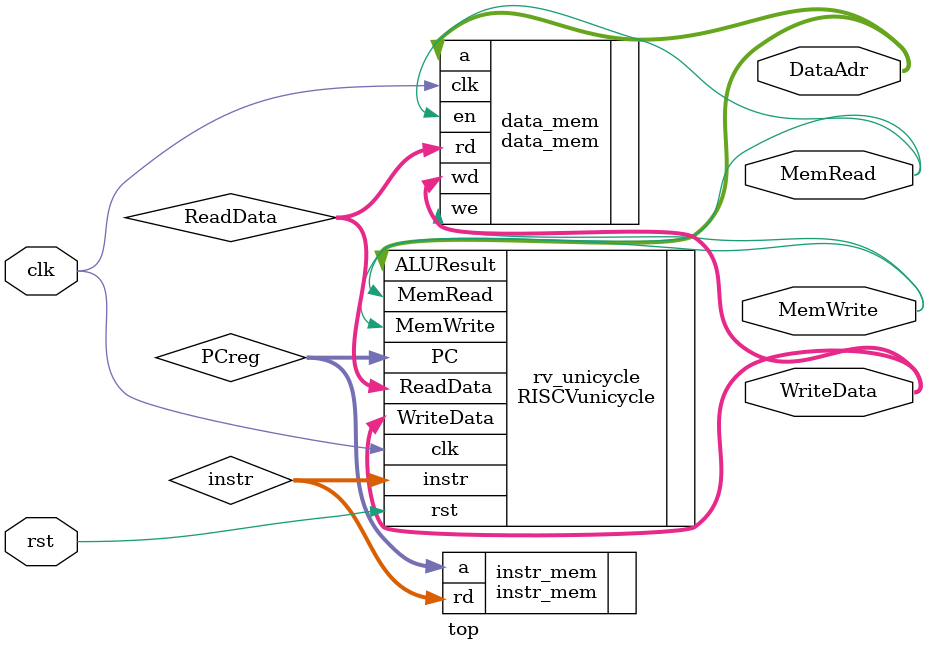
<source format=v>
/*
module top
Top-level module containing RISC-V processor and memories

clk        [input]  Clock signal
rst        [input]  Reset signal
MemWrite   [output] Memory write enable signal
MemRead    [output] Memory read enable signal
WriteData  [output] 32-bit data to write to memory
DataAdr    [output] 32-bit data address
*/
module top (
    input  wire        clk,
    input  wire        rst,
    output wire        MemWrite,
    output wire        MemRead,
    output wire [31:0] WriteData,
    output wire [31:0] DataAdr
);

    //Main Signals
    wire [31:0] PCreg;
    wire [31:0] instr;
    wire [31:0] ReadData;

    //Processor Control
    RISCVunicycle rv_unicycle(
        .clk(clk),
        .rst(rst),
        .instr(instr),
        .ReadData(ReadData),
        .PC(PCreg),
        .MemWrite(MemWrite),
        .MemRead(MemRead),
        .ALUResult(DataAdr),
        .WriteData(WriteData)
    );

    //Instruction Memory
    instr_mem instr_mem(
        .a(PCreg),
        .rd(instr)
    );

    //Data Memory
    data_mem data_mem(
        .clk(clk),
        .we(MemWrite),
        .en(MemRead),
        .a(DataAdr),
        .wd(WriteData),
        .rd(ReadData)
    );
    
endmodule
</source>
